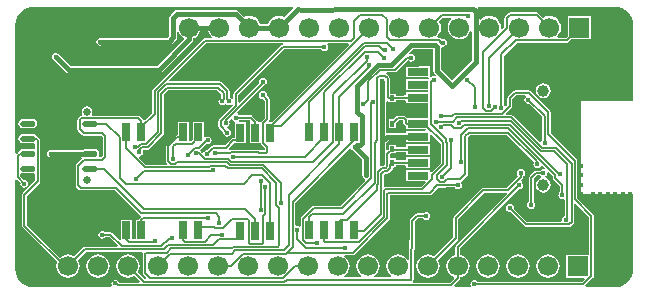
<source format=gbl>
G04*
G04 #@! TF.GenerationSoftware,Altium Limited,Altium Designer,20.0.13 (296)*
G04*
G04 Layer_Physical_Order=2*
G04 Layer_Color=16711680*
%FSLAX25Y25*%
%MOIN*%
G70*
G01*
G75*
%ADD10C,0.01000*%
%ADD13C,0.00600*%
%ADD18R,0.01575X0.01968*%
%ADD60C,0.01500*%
%ADD61C,0.11811*%
%ADD62R,0.06693X0.06693*%
%ADD63C,0.06693*%
%ADD64C,0.03937*%
%ADD65O,0.08268X0.03937*%
%ADD66O,0.06299X0.03937*%
%ADD67C,0.02559*%
%ADD68C,0.01600*%
%ADD69R,0.02559X0.05906*%
%ADD70R,0.07087X0.02756*%
%ADD71R,0.05512X0.04724*%
%ADD72R,0.08661X0.08000*%
%ADD73R,0.05512X0.06299*%
%ADD74O,0.05118X0.01968*%
G36*
X86216Y86518D02*
X83170Y83472D01*
X82504Y83747D01*
X81500Y83880D01*
X80496Y83747D01*
X79560Y83360D01*
X78757Y82743D01*
X78140Y81940D01*
X77865Y81274D01*
X75135D01*
X74860Y81940D01*
X74243Y82743D01*
X73440Y83360D01*
X72504Y83747D01*
X71500Y83880D01*
X70496Y83747D01*
X69831Y83472D01*
X67789Y85513D01*
X67376Y85789D01*
X66888Y85886D01*
X47413D01*
X46925Y85789D01*
X46512Y85513D01*
X45211Y84213D01*
X44935Y83800D01*
X44838Y83312D01*
Y77240D01*
X44185Y76586D01*
X22068D01*
X21812Y76637D01*
X21305Y76537D01*
X20875Y76249D01*
X20587Y75819D01*
X20486Y75312D01*
X20587Y74805D01*
X20875Y74375D01*
X21305Y74087D01*
X21812Y73987D01*
X22068Y74037D01*
X44713D01*
X45200Y74134D01*
X45614Y74411D01*
X47014Y75811D01*
X47290Y76224D01*
X47387Y76712D01*
Y78572D01*
X47887Y78671D01*
X48140Y78060D01*
X48757Y77257D01*
X49506Y76682D01*
X49606Y76485D01*
X49674Y76143D01*
X40806Y67274D01*
X11753D01*
X7995Y71032D01*
X7850Y71249D01*
X7420Y71536D01*
X6913Y71637D01*
X6406Y71536D01*
X5975Y71249D01*
X5688Y70819D01*
X5587Y70312D01*
X5688Y69805D01*
X5975Y69375D01*
X6193Y69230D01*
X10323Y65099D01*
X10737Y64822D01*
X11225Y64725D01*
X41334D01*
X41822Y64822D01*
X42235Y65099D01*
X52401Y75265D01*
X52678Y75678D01*
X52775Y76166D01*
Y76364D01*
X53440Y76640D01*
X54243Y77257D01*
X54860Y78060D01*
X55136Y78725D01*
X57865D01*
X58140Y78060D01*
X58757Y77257D01*
X59185Y76928D01*
X59016Y76428D01*
X56554D01*
X56554Y76428D01*
X56242Y76366D01*
X55977Y76189D01*
X55977Y76189D01*
X39323Y59535D01*
X39323Y59535D01*
X39147Y59270D01*
X39084Y58958D01*
X39084Y58958D01*
Y51459D01*
X36744Y49119D01*
X36617Y49095D01*
X36470Y49107D01*
X36129Y49211D01*
X36077Y49289D01*
X36077Y49289D01*
X34991Y50375D01*
X34726Y50551D01*
X34414Y50613D01*
X34414Y50613D01*
X19184D01*
X18948Y51054D01*
X19035Y51184D01*
X19173Y51878D01*
X19035Y52572D01*
X18641Y53161D01*
X18053Y53554D01*
X17358Y53692D01*
X16664Y53554D01*
X16075Y53161D01*
X15682Y52572D01*
X15544Y51878D01*
X15682Y51184D01*
X15768Y51054D01*
X15682Y50892D01*
X15468Y50604D01*
X15201Y50551D01*
X14936Y50375D01*
X14936Y50375D01*
X14436Y49874D01*
X14259Y49610D01*
X14197Y49298D01*
X14197Y49298D01*
Y46212D01*
X14197Y46212D01*
X14259Y45900D01*
X14436Y45635D01*
X15836Y44235D01*
X16101Y44058D01*
X16413Y43996D01*
X16413Y43996D01*
X22075D01*
X22597Y43474D01*
Y37250D01*
X22075Y36728D01*
X21544D01*
X21277Y37228D01*
X21406Y37421D01*
X21521Y38000D01*
X21406Y38579D01*
X21078Y39070D01*
X20587Y39398D01*
X20008Y39513D01*
X16858D01*
X16279Y39398D01*
X16094Y39274D01*
X5493D01*
X5237Y39325D01*
X4729Y39224D01*
X4299Y38937D01*
X4012Y38507D01*
X3911Y38000D01*
X4012Y37493D01*
X4299Y37063D01*
X4729Y36775D01*
X5237Y36674D01*
X5493Y36725D01*
X15366D01*
X15573Y36225D01*
X13836Y34489D01*
X13659Y34224D01*
X13597Y33912D01*
X13597Y33912D01*
Y27512D01*
X13597Y27512D01*
X13659Y27200D01*
X13836Y26935D01*
X14836Y25935D01*
X14836Y25935D01*
X15100Y25758D01*
X15413Y25696D01*
X26675D01*
X34836Y17535D01*
X34836Y17535D01*
X35100Y17358D01*
X35255Y17328D01*
X35426Y16941D01*
X35431Y16796D01*
X34923Y16289D01*
X34747Y16024D01*
X34707Y15824D01*
X33721D01*
Y9434D01*
X32280D01*
Y15824D01*
X28721D01*
Y9340D01*
X28221Y9133D01*
X25777Y11576D01*
X25512Y11753D01*
X25200Y11815D01*
X25200Y11815D01*
X23519D01*
X23437Y11937D01*
X23007Y12224D01*
X22500Y12325D01*
X21993Y12224D01*
X21563Y11937D01*
X21275Y11507D01*
X21175Y11000D01*
X21275Y10492D01*
X21563Y10062D01*
X21993Y9775D01*
X22500Y9674D01*
X23007Y9775D01*
X23437Y10062D01*
X23519Y10184D01*
X24862D01*
X27665Y7381D01*
X27474Y6919D01*
X16603D01*
X16291Y6857D01*
X16027Y6680D01*
X16027Y6680D01*
X13091Y3744D01*
X12940Y3860D01*
X12004Y4247D01*
X11000Y4380D01*
X9996Y4247D01*
X9060Y3860D01*
X8344Y3310D01*
X-2684Y14338D01*
Y23861D01*
X1589Y28135D01*
X1766Y28400D01*
X1828Y28712D01*
X1828Y28712D01*
Y42400D01*
X1828Y42400D01*
X1766Y42712D01*
X1589Y42977D01*
X1589Y42977D01*
X989Y43577D01*
X725Y43753D01*
X413Y43816D01*
X413Y43816D01*
X382D01*
X212Y44070D01*
X-279Y44398D01*
X-858Y44513D01*
X-4008D01*
X-4587Y44398D01*
X-5078Y44070D01*
X-5406Y43579D01*
X-5521Y43000D01*
X-5406Y42421D01*
X-5078Y41930D01*
X-4587Y41602D01*
X-4008Y41487D01*
X-858D01*
X-303Y41597D01*
X-215Y41603D01*
X197Y41345D01*
Y39655D01*
X-215Y39397D01*
X-303Y39403D01*
X-858Y39513D01*
X-4008D01*
X-4587Y39398D01*
X-5078Y39070D01*
X-5406Y38579D01*
X-5427Y38473D01*
X-5502Y38422D01*
X-5663Y38315D01*
X-5663Y38315D01*
X-5663Y38315D01*
X-5980Y37998D01*
X-6480Y38205D01*
Y81000D01*
X-6480Y81000D01*
X-6479D01*
X-6364Y82166D01*
X-6024Y83288D01*
X-5471Y84322D01*
X-4728Y85228D01*
X-3822Y85971D01*
X-2788Y86524D01*
X-1666Y86864D01*
X-500Y86979D01*
Y86980D01*
X-500Y86980D01*
X86025D01*
X86216Y86518D01*
D02*
G37*
G36*
X193500Y86979D02*
X194666Y86864D01*
X195788Y86524D01*
X196822Y85971D01*
X197728Y85228D01*
X198471Y84322D01*
X199024Y83288D01*
X199364Y82166D01*
X199479Y81000D01*
X199480D01*
X199480Y80999D01*
Y55500D01*
X182000D01*
Y24500D01*
X199480D01*
Y-500D01*
X199480Y-500D01*
X199479D01*
X199364Y-1666D01*
X199024Y-2788D01*
X198471Y-3822D01*
X197728Y-4728D01*
X196822Y-5471D01*
X195788Y-6024D01*
X194666Y-6364D01*
X193500Y-6479D01*
Y-6480D01*
X193500Y-6481D01*
X183687D01*
X183601Y-6358D01*
X183498Y-5980D01*
X186077Y-3401D01*
X186077Y-3401D01*
X186254Y-3137D01*
X186316Y-2825D01*
Y17193D01*
X186316Y17193D01*
X186254Y17505D01*
X186077Y17770D01*
X186077Y17770D01*
X180816Y23031D01*
Y35500D01*
X180816Y35500D01*
X180754Y35812D01*
X180577Y36077D01*
X171916Y44738D01*
Y51980D01*
X171854Y52293D01*
X171677Y52557D01*
X171677Y52557D01*
X165407Y58827D01*
X165407Y58827D01*
X165142Y59004D01*
X164830Y59066D01*
X164830Y59066D01*
X160000D01*
X160000Y59066D01*
X159688Y59004D01*
X159423Y58827D01*
X159423Y58827D01*
X157761Y57165D01*
X157584Y56900D01*
X157522Y56588D01*
X157522Y56588D01*
Y54272D01*
X157135Y53885D01*
X156551Y54008D01*
X156390Y54249D01*
X156268Y54330D01*
Y70677D01*
X160588Y74996D01*
X177312D01*
X177312Y74996D01*
X177624Y75058D01*
X177889Y75235D01*
X178807Y76153D01*
X185346D01*
Y83846D01*
X177654D01*
Y77307D01*
X176974Y76628D01*
X174245D01*
X174075Y77128D01*
X174243Y77257D01*
X174860Y78060D01*
X175248Y78996D01*
X175380Y80000D01*
X175248Y81004D01*
X174860Y81940D01*
X174243Y82743D01*
X173440Y83360D01*
X172504Y83747D01*
X171500Y83880D01*
X170496Y83747D01*
X169560Y83360D01*
X169410Y83244D01*
X167865Y84789D01*
X167600Y84965D01*
X167288Y85028D01*
X167288Y85028D01*
X158413D01*
X158100Y84965D01*
X157836Y84789D01*
X157836Y84789D01*
X156736Y83689D01*
X156559Y83424D01*
X156497Y83112D01*
X156497Y83112D01*
Y80150D01*
X155814Y79467D01*
X155340Y79700D01*
X155380Y80000D01*
X155247Y81004D01*
X154860Y81940D01*
X154243Y82743D01*
X153440Y83360D01*
X152504Y83747D01*
X151500Y83880D01*
X150496Y83747D01*
X149560Y83360D01*
X148757Y82743D01*
X148652Y82606D01*
X148178Y82767D01*
Y85371D01*
X148081Y85859D01*
X147805Y86272D01*
X147559Y86518D01*
X147750Y86980D01*
X193500D01*
Y86979D01*
D02*
G37*
G36*
X138905Y82857D02*
X138757Y82743D01*
X138140Y81940D01*
X137753Y81004D01*
X137620Y80000D01*
X137753Y78996D01*
X138140Y78060D01*
X138757Y77257D01*
X139560Y76640D01*
X140496Y76253D01*
X141500Y76120D01*
X142504Y76253D01*
X143440Y76640D01*
X144243Y77257D01*
X144860Y78060D01*
X145129Y78710D01*
X145629Y78611D01*
Y78096D01*
X145649Y77995D01*
Y69051D01*
X139013Y62414D01*
X135411Y66016D01*
Y73245D01*
X135678Y73550D01*
X135866Y73664D01*
X135983Y73641D01*
X136490Y73742D01*
X136920Y74029D01*
X137207Y74459D01*
X137308Y74966D01*
X137207Y75473D01*
X136920Y75903D01*
X136490Y76191D01*
X135983Y76292D01*
X135475Y76191D01*
X135458Y76179D01*
X135248Y76389D01*
X134983Y76565D01*
X134671Y76628D01*
X134671Y76628D01*
X134245D01*
X134075Y77128D01*
X134243Y77257D01*
X134860Y78060D01*
X135248Y78996D01*
X135380Y80000D01*
X135248Y81004D01*
X134860Y81940D01*
X134744Y82091D01*
X135984Y83331D01*
X138744D01*
X138905Y82857D01*
D02*
G37*
G36*
X104681Y74334D02*
X78903Y48556D01*
X78834Y48453D01*
X78219D01*
X78028Y48915D01*
X78077Y48964D01*
X78077Y48964D01*
X78077Y48964D01*
X78165Y49095D01*
X78254Y49228D01*
X78254Y49228D01*
X78254Y49228D01*
X78279Y49354D01*
X78316Y49540D01*
X78316Y49540D01*
Y56000D01*
X78316Y56000D01*
X78254Y56312D01*
X78077Y56577D01*
X77297Y57357D01*
X77326Y57500D01*
X77225Y58007D01*
X76937Y58437D01*
X76507Y58724D01*
X76000Y58825D01*
X75493Y58724D01*
X75063Y58437D01*
X74775Y58007D01*
X74675Y57500D01*
X74775Y56993D01*
X75063Y56563D01*
X75493Y56275D01*
X76000Y56174D01*
X76143Y56203D01*
X76684Y55662D01*
Y49878D01*
X75423Y48618D01*
X75423Y48618D01*
X75279Y48453D01*
X74310D01*
X74254Y48737D01*
X74077Y49001D01*
X74077Y49001D01*
X72501Y50577D01*
X72237Y50753D01*
X71925Y50816D01*
X71925Y50816D01*
X68019D01*
X67937Y50937D01*
X67598Y51164D01*
X67436Y51710D01*
X76501Y60774D01*
X76507Y60775D01*
X76937Y61063D01*
X77225Y61493D01*
X77326Y62000D01*
X77225Y62507D01*
X76937Y62937D01*
X76507Y63225D01*
X76000Y63325D01*
X75493Y63225D01*
X75063Y62937D01*
X74775Y62507D01*
X74675Y62000D01*
X74775Y61493D01*
X74830Y61411D01*
X68278Y54858D01*
X67816Y55049D01*
Y57425D01*
X83087Y72696D01*
X95394D01*
X95475Y72575D01*
X95905Y72287D01*
X96413Y72186D01*
X96920Y72287D01*
X97350Y72575D01*
X97637Y73005D01*
X97738Y73512D01*
X97637Y74019D01*
X97452Y74296D01*
X97652Y74774D01*
X97674Y74796D01*
X104490D01*
X104681Y74334D01*
D02*
G37*
G36*
X132862Y65488D02*
X132959Y65001D01*
X133235Y64587D01*
X133612Y64210D01*
X133362Y63753D01*
X133000Y63825D01*
X132493Y63724D01*
X132380Y63649D01*
X131904Y63653D01*
X131748Y63716D01*
X131705Y63754D01*
X131705Y63808D01*
X131705D01*
X131705Y63816D01*
Y67177D01*
X123618D01*
Y63421D01*
X131005D01*
X131294Y63075D01*
X131319Y62921D01*
X131245Y62846D01*
X123618D01*
Y59091D01*
X131189D01*
Y58516D01*
X123618D01*
Y57897D01*
X123450Y57453D01*
X123138Y57391D01*
X123025Y57316D01*
X120461D01*
Y57984D01*
X118428D01*
Y63019D01*
X118428Y63019D01*
X118366Y63331D01*
X118190Y63595D01*
X118189Y63595D01*
X117424Y64361D01*
X117160Y64538D01*
X117227Y65034D01*
X120038D01*
X120038Y65034D01*
X120350Y65096D01*
X120615Y65273D01*
X120615Y65273D01*
X124419Y69077D01*
X124563Y69063D01*
X124993Y68775D01*
X125500Y68674D01*
X126007Y68775D01*
X126437Y69063D01*
X126725Y69493D01*
X126826Y70000D01*
X126725Y70507D01*
X126437Y70937D01*
X126007Y71224D01*
X125500Y71325D01*
X125108Y71247D01*
X124813Y71660D01*
X125991Y72837D01*
X132862D01*
Y65488D01*
D02*
G37*
G36*
X82592Y74296D02*
X82437Y74265D01*
X82173Y74089D01*
X82173Y74089D01*
X66423Y58339D01*
X66423Y58339D01*
X66246Y58075D01*
X66184Y57762D01*
X66184Y57762D01*
Y56224D01*
X65684Y56073D01*
X65537Y56293D01*
X65107Y56580D01*
X64966Y56608D01*
Y58696D01*
X64966Y58696D01*
X64904Y59008D01*
X64837Y59107D01*
X64727Y59272D01*
X64727Y59272D01*
X62222Y61777D01*
X62222Y61777D01*
X61958Y61954D01*
X61646Y62016D01*
X61645Y62016D01*
X44764D01*
X44573Y62477D01*
X56892Y74796D01*
X82543D01*
X82592Y74296D01*
D02*
G37*
G36*
X123313Y55684D02*
X123618Y55434D01*
Y54760D01*
X131189D01*
Y49854D01*
X124062D01*
X123494Y50423D01*
X123229Y50599D01*
X122917Y50661D01*
X122917Y50661D01*
X121019D01*
X120707Y50599D01*
X120442Y50423D01*
X120442Y50423D01*
X119504Y49484D01*
X117886D01*
Y46516D01*
X120461D01*
Y48134D01*
X121357Y49030D01*
X122579D01*
X122735Y48874D01*
Y48338D01*
X122735Y48338D01*
X122797Y48026D01*
X122974Y47761D01*
X123336Y47400D01*
X123336Y47400D01*
X123600Y47223D01*
X123618Y47219D01*
Y46098D01*
X130170D01*
X130220Y46024D01*
X129952Y45524D01*
X123618D01*
Y44920D01*
X117413D01*
X117101Y45176D01*
Y46516D01*
X117114D01*
Y49484D01*
X117101D01*
Y55016D01*
X117114D01*
Y55141D01*
X117596Y55426D01*
X117886Y55273D01*
Y55016D01*
X120461D01*
Y55685D01*
X123313D01*
X123313Y55684D01*
D02*
G37*
G36*
X62134Y57861D02*
Y56608D01*
X61993Y56580D01*
X61563Y56293D01*
X61276Y55863D01*
X61175Y55356D01*
X61276Y54848D01*
X61563Y54418D01*
X61993Y54131D01*
X62500Y54030D01*
X63007Y54131D01*
X63437Y54418D01*
X63663D01*
X64093Y54131D01*
X64600Y54030D01*
X65107Y54131D01*
X65336Y54284D01*
X65871Y54126D01*
X65897Y54103D01*
X65911Y54047D01*
X61422Y49558D01*
X61245Y49293D01*
X61183Y48981D01*
X61183Y48981D01*
Y47051D01*
X61183Y47051D01*
X61245Y46739D01*
X61422Y46474D01*
X61422Y46474D01*
X62753Y45143D01*
X62724Y45000D01*
X62825Y44493D01*
X63113Y44063D01*
X63543Y43775D01*
X64050Y43674D01*
X64557Y43775D01*
X64987Y44063D01*
X65275Y44493D01*
X65375Y45000D01*
X65275Y45507D01*
X64987Y45937D01*
X64557Y46224D01*
X64327Y46270D01*
X64268Y46391D01*
X64106Y46838D01*
X64536Y47126D01*
X64823Y47556D01*
X64924Y48063D01*
X64823Y48570D01*
X64612Y48886D01*
X65290Y49564D01*
X65836Y49402D01*
X66063Y49063D01*
X66416Y48827D01*
X66720Y48453D01*
X66720Y48261D01*
Y43340D01*
X66197D01*
X66197Y43340D01*
X65884Y43278D01*
X65620Y43101D01*
X63234Y40716D01*
X59400D01*
X59400Y40716D01*
X59088Y40653D01*
X58823Y40477D01*
X58823Y40477D01*
X57644Y39297D01*
X57500Y39325D01*
X56993Y39224D01*
X56563Y38937D01*
X56275Y38507D01*
X56255Y38405D01*
X55713Y38241D01*
X55346Y38608D01*
X55260Y38665D01*
X55196Y39156D01*
X55197Y39179D01*
X55218Y39249D01*
X57128Y41159D01*
X57612Y41063D01*
X58119Y41164D01*
X58549Y41451D01*
X58836Y41881D01*
X58937Y42388D01*
X58836Y42896D01*
X58549Y43326D01*
X58119Y43613D01*
X57612Y43714D01*
X57104Y43613D01*
X56780Y43396D01*
X56408Y43522D01*
X56280Y43617D01*
Y48501D01*
X52721D01*
Y42749D01*
X52083Y42111D01*
X51280D01*
Y48501D01*
X47721D01*
Y44228D01*
X47413D01*
X47100Y44166D01*
X46836Y43989D01*
X46836Y43989D01*
X43943Y41096D01*
X43766Y40831D01*
X43704Y40519D01*
X43704Y40519D01*
Y35447D01*
X43704Y35446D01*
X43704Y35446D01*
X43766Y35134D01*
X43766Y35134D01*
X43766Y35134D01*
X43879Y34965D01*
X43943Y34870D01*
X43943Y34870D01*
X43943Y34870D01*
X44126Y34686D01*
X43934Y34225D01*
X37111D01*
X34781Y36554D01*
X34946Y37097D01*
X35169Y37141D01*
X35599Y37428D01*
X35886Y37858D01*
X35987Y38366D01*
X35886Y38873D01*
X35885Y38875D01*
X36198Y39280D01*
X37608D01*
X37608Y39280D01*
X37920Y39342D01*
X38185Y39518D01*
X42777Y44111D01*
X42777Y44111D01*
X42954Y44375D01*
X43016Y44687D01*
X43016Y44687D01*
Y57668D01*
X44532Y59184D01*
X60811D01*
X62134Y57861D01*
D02*
G37*
G36*
X163563Y56937D02*
X163275Y56507D01*
X163174Y56000D01*
X163275Y55493D01*
X163563Y55063D01*
X163993Y54775D01*
X164500Y54675D01*
X164643Y54703D01*
X169184Y50162D01*
Y42518D01*
X169063Y42437D01*
X168791Y42031D01*
X168767Y42005D01*
X168239Y41875D01*
X159438Y50677D01*
X159173Y50854D01*
X158861Y50916D01*
X158861Y50916D01*
X157126D01*
X156935Y51377D01*
X158915Y53357D01*
X158915Y53358D01*
X159091Y53622D01*
X159154Y53934D01*
X159154Y53934D01*
Y56250D01*
X160338Y57434D01*
X163407D01*
X163563Y56937D01*
D02*
G37*
G36*
X135084Y41565D02*
Y41480D01*
X135084Y41480D01*
X135084Y41480D01*
Y41479D01*
X135114Y41332D01*
X135146Y41168D01*
X135146Y41167D01*
X135146Y41167D01*
X135241Y41026D01*
X135317Y40911D01*
Y34839D01*
X132205Y31726D01*
X131705Y31933D01*
Y32531D01*
X123618D01*
Y28776D01*
X130030D01*
X130221Y28314D01*
X128823Y26916D01*
X116851D01*
X116851Y26916D01*
X116816Y26908D01*
X116316Y27260D01*
Y30989D01*
X116627Y31300D01*
X117401D01*
X117401Y31300D01*
X117713Y31362D01*
X117978Y31539D01*
X119091Y32652D01*
X119268Y32917D01*
X119330Y33229D01*
X119694Y33516D01*
X120461D01*
Y34184D01*
X123248D01*
X123329Y34168D01*
X123618Y33806D01*
Y33106D01*
X131705D01*
Y36862D01*
X123618D01*
Y36205D01*
X123313Y35816D01*
X123313Y35816D01*
X120461D01*
Y36484D01*
X118230D01*
Y37403D01*
X118843Y38016D01*
X120461D01*
Y38499D01*
X123618D01*
Y37437D01*
X131705D01*
Y41193D01*
X123618D01*
Y40131D01*
X120461D01*
Y40984D01*
X117886D01*
Y39400D01*
X117571Y39144D01*
X117114Y39342D01*
Y40984D01*
X117101D01*
Y41532D01*
X117941Y42371D01*
X123618D01*
Y41768D01*
X131705D01*
Y44292D01*
X132167Y44483D01*
X135084Y41565D01*
D02*
G37*
G36*
X71864Y48799D02*
X71720Y48453D01*
X71720D01*
Y41547D01*
X75202D01*
X75246Y41323D01*
X75423Y41058D01*
X76684Y39797D01*
Y39083D01*
X74821D01*
X74715Y39154D01*
X74403Y39216D01*
X74403Y39216D01*
X71369D01*
X71312Y39254D01*
X71000Y39316D01*
X71000Y39316D01*
X65437D01*
X65437Y39316D01*
X65125Y39254D01*
X64956Y39140D01*
X64704Y39171D01*
X64562Y39449D01*
X64555Y39729D01*
X66265Y41439D01*
X66720Y41547D01*
Y41547D01*
X70280D01*
Y48453D01*
X68224D01*
X67989Y48953D01*
X68180Y49184D01*
X71551D01*
X71864Y48799D01*
D02*
G37*
G36*
X166397Y35188D02*
X166276Y35007D01*
X166175Y34500D01*
X166276Y33993D01*
X166563Y33563D01*
X166993Y33275D01*
X167500Y33174D01*
X168007Y33275D01*
X168437Y33563D01*
X168611Y33822D01*
X169188Y33953D01*
X169881Y33259D01*
X169635Y32799D01*
X169500Y32825D01*
X168993Y32724D01*
X168563Y32437D01*
X168482Y32316D01*
X167093D01*
X167093Y32316D01*
X166780Y32254D01*
X166516Y32077D01*
X166516Y32077D01*
X164923Y30484D01*
X164746Y30220D01*
X164684Y29907D01*
X164684Y29907D01*
Y21933D01*
X164487Y21801D01*
X164199Y21371D01*
X164099Y20863D01*
X164199Y20356D01*
X164487Y19926D01*
X164917Y19639D01*
X165424Y19538D01*
X165931Y19639D01*
X166361Y19926D01*
X166649Y20356D01*
X166750Y20863D01*
X166649Y21371D01*
X166361Y21801D01*
X166316Y21831D01*
Y29570D01*
X167430Y30684D01*
X168453D01*
X168552Y30579D01*
X168563Y30563D01*
X168575Y30555D01*
X168798Y30317D01*
X168688Y29859D01*
X168537Y29829D01*
X167720Y29284D01*
X167175Y28467D01*
X166983Y27504D01*
X167175Y26541D01*
X167720Y25724D01*
X168537Y25179D01*
X169500Y24987D01*
X170463Y25179D01*
X171280Y25724D01*
X171825Y26541D01*
X172017Y27504D01*
X171825Y28467D01*
X171280Y29284D01*
X170463Y29829D01*
X170291Y29864D01*
X170185Y30394D01*
X170437Y30563D01*
X170725Y30993D01*
X170826Y31500D01*
X170799Y31635D01*
X171260Y31881D01*
X172551Y30589D01*
Y29870D01*
X172551Y29870D01*
X172614Y29558D01*
X172790Y29294D01*
X174984Y27099D01*
Y25098D01*
X174863Y25017D01*
X174575Y24587D01*
X174475Y24080D01*
X174575Y23573D01*
X174863Y23143D01*
X175293Y22855D01*
X175800Y22754D01*
X176184Y22831D01*
X176684Y22551D01*
Y17282D01*
X176393Y17224D01*
X175963Y16937D01*
X175675Y16507D01*
X175575Y16000D01*
X175631Y15716D01*
X175305Y15216D01*
X164133D01*
X159687Y19662D01*
X159715Y19805D01*
X159614Y20312D01*
X159327Y20742D01*
X158897Y21030D01*
X158390Y21131D01*
X157882Y21030D01*
X157452Y20742D01*
X157165Y20312D01*
X157064Y19805D01*
X157165Y19298D01*
X157452Y18868D01*
X157882Y18580D01*
X158390Y18480D01*
X158533Y18508D01*
X163218Y13823D01*
X163218Y13823D01*
X163483Y13646D01*
X163795Y13584D01*
X163795Y13584D01*
X178148D01*
X178148Y13584D01*
X178461Y13646D01*
X178725Y13823D01*
X179477Y14575D01*
X179477Y14575D01*
X179654Y14839D01*
X179716Y15152D01*
Y21170D01*
X180178Y21362D01*
X184684Y16855D01*
Y4346D01*
X177154D01*
Y-3347D01*
X183171D01*
X183363Y-3808D01*
X182487Y-4684D01*
X147519D01*
X147437Y-4563D01*
X147007Y-4276D01*
X146500Y-4175D01*
X145993Y-4276D01*
X145563Y-4563D01*
X145275Y-4993D01*
X145175Y-5500D01*
X145270Y-5980D01*
X145271Y-6014D01*
X144990Y-6481D01*
X139880D01*
X139673Y-5980D01*
X141577Y-4077D01*
X141577Y-4077D01*
X141754Y-3812D01*
X141816Y-3500D01*
Y-3272D01*
X142004Y-3247D01*
X142940Y-2860D01*
X143743Y-2243D01*
X144360Y-1440D01*
X144747Y-504D01*
X144880Y500D01*
X144747Y1504D01*
X144360Y2440D01*
X143743Y3243D01*
X142940Y3860D01*
X142004Y4247D01*
X141816Y4272D01*
Y6541D01*
X161367Y26093D01*
X161511Y26064D01*
X162018Y26165D01*
X162448Y26452D01*
X162735Y26882D01*
X162836Y27389D01*
X162735Y27897D01*
X162448Y28327D01*
X162207Y28488D01*
X162084Y29072D01*
X162577Y29565D01*
X162754Y29830D01*
X162816Y30142D01*
X162816Y30142D01*
Y30481D01*
X162937Y30563D01*
X163225Y30993D01*
X163326Y31500D01*
X163225Y32007D01*
X162937Y32437D01*
X162507Y32724D01*
X162000Y32825D01*
X161493Y32724D01*
X161063Y32437D01*
X160775Y32007D01*
X160675Y31500D01*
X160775Y30993D01*
X161063Y30563D01*
X160825Y30120D01*
X157306Y26601D01*
X149523D01*
X149523Y26601D01*
X149211Y26539D01*
X148946Y26362D01*
X139736Y17152D01*
X139736Y17152D01*
X139559Y16888D01*
X139497Y16576D01*
X139497Y16576D01*
Y10150D01*
X133091Y3744D01*
X132940Y3860D01*
X132004Y4247D01*
X131000Y4380D01*
X129996Y4247D01*
X129060Y3860D01*
X128257Y3243D01*
X127640Y2440D01*
X127253Y1504D01*
X127120Y500D01*
X127253Y-504D01*
X127640Y-1440D01*
X128257Y-2243D01*
X129060Y-2860D01*
X129996Y-3247D01*
X131000Y-3380D01*
X132004Y-3247D01*
X132940Y-2860D01*
X133743Y-2243D01*
X134360Y-1440D01*
X134748Y-504D01*
X134880Y500D01*
X134748Y1504D01*
X134360Y2440D01*
X134244Y2591D01*
X140889Y9236D01*
X140890Y9236D01*
X141066Y9500D01*
X141128Y9813D01*
X141128Y9813D01*
Y16238D01*
X149861Y24970D01*
X157230D01*
X157437Y24470D01*
X140423Y7456D01*
X140246Y7191D01*
X140184Y6879D01*
X140184Y6879D01*
Y4272D01*
X139996Y4247D01*
X139060Y3860D01*
X138257Y3243D01*
X137640Y2440D01*
X137253Y1504D01*
X137120Y500D01*
X137253Y-504D01*
X137640Y-1440D01*
X138257Y-2243D01*
X139060Y-2860D01*
X139569Y-3071D01*
X139686Y-3660D01*
X138316Y-5031D01*
X126226D01*
X126093Y-4778D01*
X126033Y-4531D01*
X126087Y-4450D01*
X126174Y-4325D01*
X126176Y-4318D01*
X126180Y-4312D01*
X126209Y-4163D01*
X126241Y-4014D01*
X126251Y-3424D01*
X126251Y-3424D01*
X126251Y-3424D01*
X126564Y15109D01*
X127850Y16396D01*
X129494D01*
X129575Y16275D01*
X130005Y15987D01*
X130513Y15886D01*
X131020Y15987D01*
X131450Y16275D01*
X131737Y16705D01*
X131838Y17212D01*
X131737Y17719D01*
X131450Y18149D01*
X131020Y18437D01*
X130513Y18537D01*
X130005Y18437D01*
X129575Y18149D01*
X129494Y18028D01*
X127513D01*
X127200Y17966D01*
X126936Y17789D01*
X126936Y17789D01*
X125177Y16029D01*
X125092Y15902D01*
X125005Y15777D01*
X125004Y15771D01*
X125000Y15765D01*
X124970Y15615D01*
X124938Y15466D01*
X124724Y2786D01*
X124222Y2620D01*
X123743Y3243D01*
X122940Y3860D01*
X122004Y4247D01*
X121000Y4380D01*
X119996Y4247D01*
X119060Y3860D01*
X118257Y3243D01*
X117640Y2440D01*
X117253Y1504D01*
X117121Y500D01*
X117253Y-504D01*
X117640Y-1440D01*
X118257Y-2243D01*
X118832Y-2684D01*
X118662Y-3184D01*
X113338D01*
X113169Y-2684D01*
X113743Y-2243D01*
X114360Y-1440D01*
X114748Y-504D01*
X114880Y500D01*
X114748Y1504D01*
X114360Y2440D01*
X113743Y3243D01*
X112940Y3860D01*
X112004Y4247D01*
X111000Y4380D01*
X109996Y4247D01*
X109060Y3860D01*
X108257Y3243D01*
X107640Y2440D01*
X107253Y1504D01*
X107121Y500D01*
X107253Y-504D01*
X107640Y-1440D01*
X108257Y-2243D01*
X108832Y-2684D01*
X108662Y-3184D01*
X103338D01*
X103169Y-2684D01*
X103743Y-2243D01*
X104360Y-1440D01*
X104747Y-504D01*
X104880Y500D01*
X104747Y1504D01*
X104360Y2440D01*
X103743Y3243D01*
X103169Y3684D01*
X103338Y4184D01*
X106048D01*
X106048Y4184D01*
X106360Y4246D01*
X106625Y4423D01*
X118077Y15875D01*
X118254Y16140D01*
X118316Y16452D01*
X118316Y16452D01*
Y24184D01*
X131700D01*
X131700Y24184D01*
X132012Y24246D01*
X132277Y24423D01*
X134468Y26614D01*
X136698D01*
X136698Y26614D01*
X137011Y26676D01*
X137023Y26684D01*
X139982D01*
X140063Y26563D01*
X140493Y26275D01*
X141000Y26175D01*
X141507Y26275D01*
X141937Y26563D01*
X142225Y26993D01*
X142326Y27500D01*
X142225Y28007D01*
X142080Y28224D01*
X142102Y28403D01*
X142220Y28785D01*
X142242Y28812D01*
X142409Y28923D01*
X144077Y30591D01*
X144077Y30592D01*
X144254Y30856D01*
X144316Y31168D01*
Y43606D01*
X144894Y44184D01*
X157400D01*
X166397Y35188D01*
D02*
G37*
G36*
X197Y31345D02*
Y29050D01*
X-4077Y24776D01*
X-4253Y24511D01*
X-4316Y24199D01*
X-4316Y24199D01*
Y14000D01*
X-4316Y14000D01*
X-4253Y13688D01*
X-4077Y13423D01*
X7425Y1921D01*
X7253Y1504D01*
X7120Y500D01*
X7253Y-504D01*
X7640Y-1440D01*
X8257Y-2243D01*
X9060Y-2860D01*
X9996Y-3247D01*
X11000Y-3380D01*
X12004Y-3247D01*
X12940Y-2860D01*
X13743Y-2243D01*
X14360Y-1440D01*
X14748Y-504D01*
X14880Y500D01*
X14748Y1504D01*
X14360Y2440D01*
X14244Y2591D01*
X16941Y5288D01*
X35674D01*
X35768Y5209D01*
X36024Y4788D01*
X35997Y4652D01*
X35997Y4652D01*
Y-1938D01*
X35997Y-1938D01*
X36059Y-2250D01*
X36236Y-2515D01*
X37078Y-3357D01*
X36889Y-3844D01*
X36537Y-3883D01*
X34244Y-1591D01*
X34360Y-1440D01*
X34747Y-504D01*
X34880Y500D01*
X34747Y1504D01*
X34360Y2440D01*
X33743Y3243D01*
X32940Y3860D01*
X32004Y4247D01*
X31000Y4380D01*
X29996Y4247D01*
X29060Y3860D01*
X28257Y3243D01*
X27640Y2440D01*
X27253Y1504D01*
X27120Y500D01*
X27253Y-504D01*
X27640Y-1440D01*
X28257Y-2243D01*
X29060Y-2860D01*
X29996Y-3247D01*
X31000Y-3380D01*
X32004Y-3247D01*
X32940Y-2860D01*
X33091Y-2744D01*
X34915Y-4569D01*
X34724Y-5031D01*
X28087D01*
X28037Y-4781D01*
X27750Y-4351D01*
X27320Y-4064D01*
X26813Y-3963D01*
X26305Y-4064D01*
X25875Y-4351D01*
X25588Y-4781D01*
X25487Y-5288D01*
X25588Y-5795D01*
X25712Y-5980D01*
X25445Y-6481D01*
X-500D01*
X-500Y-6480D01*
Y-6479D01*
X-1666Y-6364D01*
X-2788Y-6024D01*
X-3822Y-5471D01*
X-4728Y-4728D01*
X-5471Y-3822D01*
X-6024Y-2788D01*
X-6364Y-1666D01*
X-6479Y-500D01*
X-6480D01*
Y29120D01*
X-5980Y29327D01*
X-4797Y28143D01*
X-4825Y28000D01*
X-4724Y27493D01*
X-4437Y27063D01*
X-4007Y26775D01*
X-3500Y26675D01*
X-2993Y26775D01*
X-2563Y27063D01*
X-2275Y27493D01*
X-2174Y28000D01*
X-2275Y28507D01*
X-2563Y28937D01*
X-2993Y29225D01*
X-3500Y29325D01*
X-3643Y29297D01*
X-4976Y30630D01*
Y31306D01*
X-4476Y31580D01*
X-4008Y31487D01*
X-858D01*
X-303Y31597D01*
X-215Y31602D01*
X197Y31345D01*
D02*
G37*
G36*
X105412Y39619D02*
X105521Y39555D01*
X105775Y39175D01*
X105993Y39029D01*
X109188Y35834D01*
Y30968D01*
X109137Y30712D01*
X109238Y30205D01*
X109526Y29775D01*
X109956Y29487D01*
X110016Y29475D01*
X110180Y28933D01*
X101875Y20628D01*
X93045D01*
X93045Y20628D01*
X92732Y20565D01*
X92468Y20389D01*
X92468Y20389D01*
X88844Y16765D01*
X88844Y16765D01*
X88667Y16500D01*
X88605Y16188D01*
X88605Y16188D01*
Y13927D01*
X88105Y13659D01*
X88007Y13725D01*
X87500Y13826D01*
X87216Y13769D01*
X86716Y14095D01*
Y21457D01*
X104959Y39701D01*
X105412Y39619D01*
D02*
G37*
%LPC*%
G36*
X-858Y49513D02*
X-4008D01*
X-4587Y49398D01*
X-5078Y49070D01*
X-5406Y48579D01*
X-5521Y48000D01*
X-5406Y47421D01*
X-5078Y46930D01*
X-4587Y46602D01*
X-4008Y46487D01*
X-858D01*
X-279Y46602D01*
X212Y46930D01*
X540Y47421D01*
X655Y48000D01*
X540Y48579D01*
X212Y49070D01*
X-279Y49398D01*
X-858Y49513D01*
D02*
G37*
G36*
X169500Y61517D02*
X168537Y61325D01*
X167720Y60780D01*
X167175Y59963D01*
X166983Y59000D01*
X167175Y58037D01*
X167720Y57220D01*
X168537Y56675D01*
X169500Y56483D01*
X170463Y56675D01*
X171280Y57220D01*
X171825Y58037D01*
X172017Y59000D01*
X171825Y59963D01*
X171280Y60780D01*
X170463Y61325D01*
X169500Y61517D01*
D02*
G37*
G36*
X171000Y4380D02*
X169996Y4247D01*
X169060Y3860D01*
X168257Y3243D01*
X167640Y2440D01*
X167253Y1504D01*
X167121Y500D01*
X167253Y-504D01*
X167640Y-1440D01*
X168257Y-2243D01*
X169060Y-2860D01*
X169996Y-3247D01*
X171000Y-3380D01*
X172004Y-3247D01*
X172940Y-2860D01*
X173743Y-2243D01*
X174360Y-1440D01*
X174748Y-504D01*
X174880Y500D01*
X174748Y1504D01*
X174360Y2440D01*
X173743Y3243D01*
X172940Y3860D01*
X172004Y4247D01*
X171000Y4380D01*
D02*
G37*
G36*
X161000D02*
X159996Y4247D01*
X159060Y3860D01*
X158257Y3243D01*
X157640Y2440D01*
X157253Y1504D01*
X157121Y500D01*
X157253Y-504D01*
X157640Y-1440D01*
X158257Y-2243D01*
X159060Y-2860D01*
X159996Y-3247D01*
X161000Y-3380D01*
X162004Y-3247D01*
X162940Y-2860D01*
X163743Y-2243D01*
X164360Y-1440D01*
X164748Y-504D01*
X164880Y500D01*
X164748Y1504D01*
X164360Y2440D01*
X163743Y3243D01*
X162940Y3860D01*
X162004Y4247D01*
X161000Y4380D01*
D02*
G37*
G36*
X151000D02*
X149996Y4247D01*
X149060Y3860D01*
X148257Y3243D01*
X147640Y2440D01*
X147253Y1504D01*
X147120Y500D01*
X147253Y-504D01*
X147640Y-1440D01*
X148257Y-2243D01*
X149060Y-2860D01*
X149996Y-3247D01*
X151000Y-3380D01*
X152004Y-3247D01*
X152940Y-2860D01*
X153743Y-2243D01*
X154360Y-1440D01*
X154747Y-504D01*
X154880Y500D01*
X154747Y1504D01*
X154360Y2440D01*
X153743Y3243D01*
X152940Y3860D01*
X152004Y4247D01*
X151000Y4380D01*
D02*
G37*
G36*
X21000D02*
X19996Y4247D01*
X19060Y3860D01*
X18257Y3243D01*
X17640Y2440D01*
X17253Y1504D01*
X17120Y500D01*
X17253Y-504D01*
X17640Y-1440D01*
X18257Y-2243D01*
X19060Y-2860D01*
X19996Y-3247D01*
X21000Y-3380D01*
X22004Y-3247D01*
X22940Y-2860D01*
X23743Y-2243D01*
X24360Y-1440D01*
X24747Y-504D01*
X24880Y500D01*
X24747Y1504D01*
X24360Y2440D01*
X23743Y3243D01*
X22940Y3860D01*
X22004Y4247D01*
X21000Y4380D01*
D02*
G37*
%LPD*%
D10*
X67264Y40364D02*
X71910D01*
X72407Y39867D02*
X75198D01*
X71910Y40364D02*
X72407Y39867D01*
X67109Y40520D02*
X67264Y40364D01*
X66685Y40520D02*
X67109D01*
X66570Y40635D02*
X66685Y40520D01*
X137246Y76900D02*
X139179Y74966D01*
Y65543D02*
Y74966D01*
X123704Y67677D02*
X127288D01*
X123118Y67091D02*
X123704Y67677D01*
X121500Y62000D02*
X123118D01*
X119272D02*
X121500D01*
X129736Y70417D02*
X130130D01*
X127874Y68263D02*
Y68555D01*
X127288Y67677D02*
X127874Y68263D01*
Y68555D02*
X129736Y70417D01*
X123118Y62000D02*
Y67091D01*
X40591Y38429D02*
X47000Y44838D01*
Y49000D01*
X36761Y38429D02*
X40591D01*
X63304Y43200D02*
X64796D01*
X58650Y47854D02*
X63304Y43200D01*
X58650Y47854D02*
Y49531D01*
X64796Y43200D02*
X65850Y44254D01*
Y45746D01*
X65815Y45781D02*
X65850Y45746D01*
X65815Y45781D02*
Y46385D01*
X65700Y46500D02*
X65815Y46385D01*
X121500Y59500D02*
Y62000D01*
X122500Y23016D02*
X124316Y21199D01*
X137000D01*
D13*
X62373Y10812D02*
X62513Y10951D01*
X61273Y9352D02*
X67202D01*
X68500Y10650D01*
X59440Y7518D02*
X61273Y9352D01*
X58806Y10812D02*
X62373D01*
X68500Y10650D02*
Y12323D01*
X69283Y4646D02*
X83646D01*
X71564Y7946D02*
X75561D01*
X80995Y6846D02*
X81500Y7351D01*
X75561Y7946D02*
X75913Y8298D01*
X71213D02*
Y15712D01*
X82893Y5746D02*
X84613Y7466D01*
X66746Y5746D02*
X82893D01*
X75913Y8298D02*
Y17112D01*
X65247Y610D02*
X69283Y4646D01*
X66291Y6846D02*
X80995D01*
X45363Y6418D02*
X65863D01*
X43948Y5003D02*
X45363Y6418D01*
X71213Y8298D02*
X71564Y7946D01*
X65646Y4646D02*
X66746Y5746D01*
X65863Y6418D02*
X66291Y6846D01*
X80391Y20849D02*
X81500Y19740D01*
Y7351D02*
Y19740D01*
X84613Y7466D02*
Y24325D01*
X83646Y4646D02*
X84000Y5000D01*
X85900Y6900D01*
Y21795D01*
X84000Y5000D02*
X106048D01*
X90352Y6600D02*
X103213D01*
X87500Y9452D02*
X90352Y6600D01*
X87500Y9452D02*
Y12500D01*
X85900Y21795D02*
X106500Y42395D01*
X89420Y9087D02*
Y16188D01*
Y9087D02*
X90406Y8101D01*
X93818D01*
X93916Y8200D01*
X47413Y43412D02*
X49500D01*
X47413D02*
X49500D01*
X106048Y5000D02*
X117500Y16452D01*
X61000Y500D02*
X61111Y610D01*
X65247D01*
X77500Y38619D02*
Y40135D01*
X76000Y41635D02*
Y48041D01*
Y41635D02*
X77500Y40135D01*
X77148Y38267D02*
X77500Y38619D01*
X74536Y38267D02*
X77148D01*
X76000Y48041D02*
X77500Y49540D01*
X71100Y38400D02*
X74403D01*
X74536Y38267D01*
X180000Y22693D02*
X185500Y17193D01*
Y-2825D02*
Y17193D01*
X182825Y-5500D02*
X185500Y-2825D01*
X135517Y74966D02*
X135983D01*
X134671Y75812D02*
X135517Y74966D01*
X118413Y75812D02*
X134671D01*
X164500Y56000D02*
X170000Y50500D01*
Y41500D02*
Y50500D01*
X56607Y36193D02*
X64444D01*
X54769Y38031D02*
X56607Y36193D01*
X65337Y35300D02*
X92601D01*
X64444Y36193D02*
X65337Y35300D01*
X92601D02*
X99313Y42012D01*
X53794Y38031D02*
X54769D01*
X99313Y57712D02*
X110613Y69012D01*
X99313Y42012D02*
Y57712D01*
X110613Y69012D02*
Y70112D01*
X143988Y62612D02*
X146579Y60021D01*
Y53512D02*
Y60021D01*
X117913Y56412D02*
X119173D01*
X106500Y12312D02*
X109673D01*
X123913Y47976D02*
X129827D01*
X54500Y13512D02*
X59858D01*
X35500Y45048D02*
Y45456D01*
X141000Y-3500D02*
Y6879D01*
X96500Y43375D02*
Y58510D01*
X155453Y53312D02*
Y71014D01*
X160250Y75812D01*
X144061Y84146D02*
X144207Y84000D01*
X135646Y84146D02*
X144061D01*
X149413Y53312D02*
X150413Y52312D01*
X149413Y53312D02*
Y71912D01*
X157313Y79812D01*
X106500Y12312D02*
X109673D01*
X117913Y56412D02*
X119173D01*
X120038Y65850D02*
X124189Y70000D01*
X125500D01*
X114970Y65850D02*
X120038D01*
X117488Y75012D02*
X119500Y73000D01*
X111163Y62042D02*
X114970Y65850D01*
X116225Y70000D02*
X116362D01*
X114214Y72011D02*
X116225Y70000D01*
X116025Y72500D02*
X116819D01*
X114613Y73912D02*
X116025Y72500D01*
X34291Y40306D02*
X35279Y41295D01*
X33500Y40115D02*
X33691Y40306D01*
X35279Y41295D02*
X37111D01*
X33691Y40306D02*
X34291D01*
X34853Y39172D02*
X35776Y40095D01*
X37608D01*
X34853Y38557D02*
Y39172D01*
X34662Y38366D02*
X34853Y38557D01*
X44519Y40519D02*
X47413Y43412D01*
X49500D02*
Y45048D01*
X44519Y35446D02*
Y40519D01*
X42200Y44687D02*
Y58005D01*
X37608Y40095D02*
X42200Y44687D01*
Y58005D02*
X44194Y60000D01*
X57204Y42388D02*
X57612D01*
X54611Y39795D02*
X57204Y42388D01*
X68500Y43504D02*
Y45000D01*
X67520Y42524D02*
X68500Y43504D01*
X66197Y42524D02*
X67520D01*
X59400Y39900D02*
X63572D01*
X66197Y42524D01*
X61999Y47051D02*
X64050Y45000D01*
X61999Y47051D02*
Y48981D01*
X67000Y53983D01*
X63599Y48063D02*
Y49025D01*
X76000Y61427D01*
X57500Y38000D02*
X59400Y39900D01*
X65437Y38500D02*
X71000D01*
X71100Y38400D01*
X76000Y57500D02*
X77500Y56000D01*
Y49540D02*
Y56000D01*
X65087Y38149D02*
X65437Y38500D01*
X59990Y38149D02*
X65087D01*
X75213Y19112D02*
Y29012D01*
X75913Y17112D02*
X76813Y18012D01*
Y27012D01*
X73500Y12323D02*
Y16025D01*
X70613Y16312D02*
X71213Y15712D01*
X36313Y19612D02*
X69913D01*
X73500Y16025D01*
X63989Y35093D02*
X64882Y34200D01*
X75558Y33100D02*
X80391Y28267D01*
X69619Y27970D02*
X72513Y30864D01*
X64426Y33100D02*
X75558D01*
X72513Y30864D02*
X75739D01*
X64882Y34200D02*
X76013D01*
X63533Y33993D02*
X64426Y33100D01*
X76013Y34200D02*
X81991Y28222D01*
X75739Y30864D02*
X78500Y28103D01*
X81991Y21512D02*
Y28222D01*
X129161Y26100D02*
X132494Y29433D01*
X117500Y24648D02*
X117851Y25000D01*
X116851Y26100D02*
X129161D01*
X117851Y25000D02*
X131700D01*
X117500Y16452D02*
Y24648D01*
X131700Y25000D02*
X134130Y27430D01*
X116400Y25648D02*
X116851Y26100D01*
X114400Y27694D02*
Y31782D01*
X103946Y15712D02*
X114200Y25967D01*
X116400Y16907D02*
Y25648D01*
X114200Y25967D02*
Y27493D01*
X115300Y26104D02*
X115500Y26304D01*
X115300Y17939D02*
Y26104D01*
X115500Y26304D02*
Y31327D01*
X114200Y27493D02*
X114400Y27694D01*
X101750Y15712D02*
X103946D01*
X109673Y12312D02*
X115300Y17939D01*
X108111Y8618D02*
X116400Y16907D01*
X115833Y33216D02*
X116946D01*
X116289Y32116D02*
X117401D01*
X102863Y17712D02*
X113300Y28149D01*
X117414Y33685D02*
Y37741D01*
X118514Y33229D02*
Y34144D01*
X117401Y32116D02*
X118514Y33229D01*
X113300Y28149D02*
Y41530D01*
X117414Y37741D02*
X118489Y38816D01*
X115500Y31327D02*
X116289Y32116D01*
X119173Y34803D02*
Y35000D01*
X118514Y34144D02*
X119173Y34803D01*
X114400Y31782D02*
X115833Y33216D01*
X116946D02*
X117414Y33685D01*
X113300Y41530D02*
X114156Y42387D01*
Y55768D01*
X135580Y30132D02*
X138600Y33152D01*
X134130Y27430D02*
X136698D01*
X133980Y29467D02*
X134917Y28530D01*
X136133Y34501D02*
Y41246D01*
X136243Y28530D02*
X137213Y29500D01*
X133980Y30792D02*
X137425Y34238D01*
X138600Y33152D02*
Y42597D01*
X135580Y30130D02*
Y30132D01*
X137213Y29500D02*
X141832D01*
X136698Y27430D02*
X136769Y27500D01*
X132494Y30862D02*
X136133Y34501D01*
X134917Y28530D02*
X136243D01*
X133980Y29467D02*
Y30792D01*
X136769Y27500D02*
X141000D01*
X132494Y29433D02*
Y30862D01*
X137425Y34238D02*
Y41510D01*
X96594Y8618D02*
X108111D01*
X117313Y76912D02*
Y82712D01*
Y76912D02*
X118413Y75812D01*
X132999Y62502D02*
X133000Y62500D01*
X132005Y62005D02*
X132501Y62502D01*
X132999D01*
X132005Y47837D02*
Y62005D01*
X66100Y36900D02*
X90025D01*
X47366Y35093D02*
X63989D01*
X58650Y33993D02*
X63533D01*
X90025Y36900D02*
X96500Y43375D01*
X58066Y33409D02*
X58650Y33993D01*
X59229Y32309D02*
X59313Y32393D01*
X36773Y33409D02*
X58066D01*
X135900Y41479D02*
X136133Y41246D01*
X135900Y41479D02*
Y41903D01*
X129827Y47976D02*
X135900Y41903D01*
X137000Y41935D02*
Y42842D01*
Y41935D02*
X137425Y41510D01*
X132005Y47837D02*
X137000Y42842D01*
X96500Y8712D02*
X96594Y8618D01*
X135353Y46753D02*
X136100Y47500D01*
X180000Y22693D02*
Y35500D01*
X171100Y44400D02*
X180000Y35500D01*
X173600Y39900D02*
X178900Y34600D01*
Y15152D02*
Y34600D01*
X178148Y14400D02*
X178900Y15152D01*
X176900Y16271D02*
X177500Y16871D01*
Y34444D01*
X176413Y35531D02*
X177500Y34444D01*
X176900Y16000D02*
Y16271D01*
X169061Y39900D02*
X173600D01*
X168605Y38800D02*
X173144D01*
X173367Y29870D02*
Y30927D01*
X158249Y47600D02*
X174697Y31153D01*
X142174Y48700D02*
X158705D01*
X144500Y46500D02*
X157794D01*
X173367Y30927D01*
X157738Y45000D02*
X167309Y35430D01*
X158861Y50100D02*
X169061Y39900D01*
X174697Y31153D02*
X174967D01*
X158705Y48700D02*
X168605Y38800D01*
X167309Y34691D02*
Y35430D01*
X144556Y45000D02*
X157738D01*
X140709Y50100D02*
X158861D01*
X143067Y47600D02*
X158249D01*
X167309Y34691D02*
X167500Y34500D01*
X141832Y29500D02*
X143500Y31168D01*
Y43944D01*
X141900Y35100D02*
X142095Y35295D01*
X143500Y43944D02*
X144556Y45000D01*
X142048Y46581D02*
X143067Y47600D01*
X141656Y48181D02*
X142174Y48700D01*
X139702Y51212D02*
X155615D01*
X139209Y48600D02*
X140709Y50100D01*
X150413Y52312D02*
X152013D01*
X155615Y51212D02*
X158338Y53934D01*
X152013Y52312D02*
X153313Y53612D01*
X175800Y24080D02*
Y27437D01*
X173367Y29870D02*
X175800Y27437D01*
X177561Y14400D02*
X178148D01*
X162000Y30142D02*
Y31500D01*
X157644Y25785D02*
X162000Y30142D01*
X149523Y25785D02*
X157644D01*
X140313Y16576D02*
X149523Y25785D01*
X140313Y9813D02*
Y16576D01*
X141000Y6879D02*
X161511Y27389D01*
X138809Y47500D02*
X139727Y46581D01*
X142048D01*
X142095Y35295D02*
Y44094D01*
X144500Y46500D01*
X141385Y48181D02*
X141656D01*
X133605Y48500D02*
X133705Y48600D01*
X136100Y47500D02*
X138809D01*
X133705Y48600D02*
X139209D01*
X138990Y50500D02*
X139702Y51212D01*
X135500Y50500D02*
X138990D01*
X80391Y20849D02*
Y28267D01*
X-5792Y30292D02*
X-3500Y28000D01*
X-5792Y30292D02*
Y37032D01*
X-3500Y24199D02*
X1013Y28712D01*
X-3500Y14000D02*
Y24199D01*
Y14000D02*
X10000Y500D01*
X22500Y11000D02*
X25200D01*
X28988Y7212D01*
X42168D02*
X44557Y9601D01*
X28988Y7212D02*
X42168D01*
X44557Y9601D02*
X45137D01*
X45535Y10000D01*
X36813Y4652D02*
X37164Y5003D01*
X44473Y7518D02*
X59440D01*
X43058Y6103D02*
X44473Y7518D01*
X45535Y10000D02*
X45806D01*
X36813Y-1938D02*
Y4652D01*
X37164Y5003D02*
X43948D01*
X16603Y6103D02*
X43058D01*
X38521Y-3647D02*
X82718D01*
X36813Y-1938D02*
X38521Y-3647D01*
X31000Y500D02*
X36246Y-4747D01*
X83173D01*
X27642Y-5847D02*
X138654D01*
X27083Y-5288D02*
X27642Y-5847D01*
X26813Y-5288D02*
X27083D01*
X45147Y4646D02*
X65646D01*
X41000Y500D02*
X45147Y4646D01*
X56613Y8618D02*
X58806Y10812D01*
X50094Y8618D02*
X56613D01*
X49500Y9212D02*
X50094Y8618D01*
X49500Y9212D02*
Y12371D01*
X111500Y66940D02*
Y67470D01*
X101500Y56941D02*
X111500Y66940D01*
X111163Y55975D02*
Y62042D01*
X117613Y56712D02*
Y63019D01*
X116848Y63784D02*
X117613Y63019D01*
X114610Y63784D02*
X116848D01*
X114141Y63315D02*
X114610Y63784D01*
X114141Y55783D02*
Y63315D01*
X160000Y58250D02*
X164830D01*
X158338Y53934D02*
Y56588D01*
X160000Y58250D01*
X164830D02*
X171100Y51980D01*
Y44400D02*
Y51980D01*
X165500Y21000D02*
Y29907D01*
X167093Y31500D02*
X169500D01*
X165500Y29907D02*
X167093Y31500D01*
X165424Y20863D02*
Y20924D01*
X165500Y21000D01*
X173144Y38800D02*
X176413Y35531D01*
X118489Y38816D02*
X118686D01*
X119173Y39303D02*
Y39500D01*
X118686Y38816D02*
X119173Y39303D01*
Y39500D02*
X119359Y39315D01*
X127662D01*
X89420Y16188D02*
X93045Y19812D01*
X102213D01*
X-2695Y37738D02*
X-2433Y38000D01*
X-5086Y37738D02*
X-2695D01*
X-5792Y37032D02*
X-5086Y37738D01*
X11000Y500D02*
Y500D01*
X16603Y6103D01*
X10000Y500D02*
X11000D01*
X-2433Y43000D02*
X413D01*
X1013Y42400D01*
Y28712D02*
Y42400D01*
X76000Y61427D02*
Y62000D01*
X67000Y57762D02*
X82749Y73512D01*
X67000Y53983D02*
Y57762D01*
X82749Y73512D02*
X96413D01*
X62950Y56076D02*
Y58198D01*
X62500Y55626D02*
X62950Y56076D01*
X61149Y60000D02*
X62950Y58198D01*
X62500Y55356D02*
Y55626D01*
X44194Y60000D02*
X61149D01*
X61646Y61200D02*
X64150Y58696D01*
X43698Y61200D02*
X61646D01*
X41000Y58503D02*
X43698Y61200D01*
X64150Y56076D02*
Y58696D01*
X41000Y45184D02*
Y58503D01*
X37111Y41295D02*
X41000Y45184D01*
X39900Y51121D02*
Y58958D01*
X56554Y75612D02*
X105413D01*
X39900Y58958D02*
X56554Y75612D01*
X35500Y46721D02*
X39900Y51121D01*
X35500Y46721D02*
Y48712D01*
Y45456D02*
Y46721D01*
X30500Y39682D02*
Y45048D01*
Y39682D02*
X36773Y33409D01*
X45457Y34509D02*
X46782D01*
X47366Y35093D01*
X23413Y36912D02*
Y43812D01*
X131500Y80000D02*
X135646Y84146D01*
X83173Y-4747D02*
X83920Y-4000D01*
X138654Y-5847D02*
X141000Y-3500D01*
X82718Y-3647D02*
X86754Y390D01*
X146500Y-5500D02*
X182825D01*
X163795Y14400D02*
X177561D01*
X158390Y19805D02*
X163795Y14400D01*
X180500Y1000D02*
X181000Y500D01*
X53295Y39795D02*
X54611D01*
X51000Y37500D02*
X53295Y39795D01*
X67000Y50000D02*
X71925D01*
X73500Y48425D01*
X83920Y-4000D02*
X125426D01*
X39121Y8620D02*
X39829D01*
X40020Y8812D01*
X39119Y8618D02*
X39121Y8620D01*
X46940Y41295D02*
X52421D01*
X46119Y40475D02*
X46940Y41295D01*
X46119Y36109D02*
Y40475D01*
X54500Y43375D02*
Y45048D01*
X52421Y41295D02*
X54500Y43375D01*
X44519Y35446D02*
X45457Y34509D01*
X36510Y32309D02*
X59229D01*
X33813Y29612D02*
X36510Y32309D01*
X73500Y45000D02*
Y48425D01*
X109500Y54500D02*
X109688D01*
X111163Y55975D01*
X112113Y54754D02*
X112464Y55106D01*
X112556D01*
X112113Y29712D02*
Y54754D01*
X114141Y55783D02*
X114156Y55768D01*
X102213Y19812D02*
X112113Y29712D01*
X101500Y45048D02*
Y56941D01*
X119173Y56500D02*
X123313D01*
X123450Y56638D01*
X127662D01*
X125753Y15453D02*
X127513Y17212D01*
X125436Y-3410D02*
X125753Y15453D01*
X127513Y17212D02*
X130513D01*
X125426Y-4000D02*
X125436Y-3410D01*
X106500Y12312D02*
Y12371D01*
X79480Y47317D02*
Y47980D01*
X109626Y75012D02*
X117488D01*
X78500Y46337D02*
X79480Y47317D01*
X81931D01*
X109626Y75012D01*
X78500Y45000D02*
Y46337D01*
X110082Y73912D02*
X114613D01*
X91500Y55330D02*
X110082Y73912D01*
X91500Y45048D02*
Y55330D01*
X110001Y72011D02*
X114214D01*
X96500Y58510D02*
X110001Y72011D01*
X101500Y41212D02*
Y45048D01*
X106500Y42395D02*
Y45048D01*
X84613Y24325D02*
X101500Y41212D01*
X79480Y47980D02*
X111500Y80000D01*
X90890Y390D02*
X91000Y500D01*
X86754Y390D02*
X90890D01*
X34414Y49798D02*
X35500Y48712D01*
X15513Y49798D02*
X34414D01*
X15013Y49298D02*
X15513Y49798D01*
X15013Y46212D02*
Y49298D01*
Y46212D02*
X16413Y44812D01*
X22413D01*
X23413Y43812D01*
X22413Y35912D02*
X23413Y36912D01*
X16413Y35912D02*
X22413D01*
X14413Y33912D02*
X16413Y35912D01*
X14413Y27512D02*
Y33912D01*
Y27512D02*
X15413Y26512D01*
X27013D01*
X35413Y18112D01*
X60413D01*
X61513Y17012D01*
Y14912D02*
Y17012D01*
X115813Y84212D02*
X117313Y82712D01*
X108413Y84212D02*
X115813D01*
X106232Y82031D02*
X108413Y84212D01*
X106232Y76431D02*
Y82031D01*
X105413Y75612D02*
X106232Y76431D01*
X151213Y53912D02*
Y69713D01*
X161500Y80000D01*
X31294Y8618D02*
X39119D01*
X30500Y9412D02*
X31294Y8618D01*
X30500Y9412D02*
Y12371D01*
X36200Y16412D02*
X57813D01*
X35500Y15712D02*
X36200Y16412D01*
X35500Y12371D02*
Y15712D01*
X119173Y56412D02*
Y56500D01*
X117613Y56712D02*
X117913Y56412D01*
X92500Y17712D02*
X102863D01*
X91500Y16712D02*
X92500Y17712D01*
X91500Y12371D02*
Y16712D01*
X101500Y12371D02*
X101750Y15712D01*
X65813Y16312D02*
X70613D01*
X62724Y13224D02*
X65813Y16312D01*
X60146Y13224D02*
X62724D01*
X59858Y13512D02*
X60146Y13224D01*
X54500Y12371D02*
Y13512D01*
X123551Y48338D02*
X123913Y47976D01*
X123551Y48338D02*
Y49212D01*
X122917Y49846D02*
X123551Y49212D01*
X121019Y49846D02*
X122917D01*
X119173Y48000D02*
X121019Y49846D01*
X96500Y8712D02*
Y12371D01*
X18433Y33000D02*
X22925D01*
X36313Y19612D01*
X18433Y48000D02*
X23825D01*
X28413Y43412D01*
Y29812D02*
Y43412D01*
Y29812D02*
X30255Y27970D01*
X69619D01*
X78500Y12323D02*
Y28103D01*
X131000Y500D02*
X140313Y9813D01*
X157313Y79812D02*
Y83112D01*
X158413Y84212D01*
X167288D01*
X171500Y80000D01*
X177312Y75812D02*
X181500Y80000D01*
X160250Y75812D02*
X177312D01*
X123329Y34984D02*
X127662D01*
X123313Y35000D02*
X123329Y34984D01*
X119173Y35000D02*
X123313D01*
D18*
X119272Y62000D02*
D03*
X115729Y62000D02*
D03*
X115827Y56500D02*
D03*
X119173D02*
D03*
X115827Y35000D02*
D03*
X119173D02*
D03*
X115827Y39500D02*
D03*
X119173D02*
D03*
X115827Y48000D02*
D03*
X119173D02*
D03*
D60*
X146025Y86250D02*
X146904Y85371D01*
Y78096D02*
Y85371D01*
X88587Y85715D02*
X109957Y86250D01*
X109976Y86250D01*
X146025D01*
X81500Y80000D02*
X87712Y86212D01*
X133413Y74112D02*
X134136Y73388D01*
Y65488D02*
Y73388D01*
X125463Y74112D02*
X133413D01*
X118750Y67400D02*
X125463Y74112D01*
X134136Y65488D02*
X139013Y60612D01*
X106713Y40112D02*
X107213Y39612D01*
X139013Y60612D02*
X146924Y68523D01*
Y78076D01*
X146904Y78096D02*
X146924Y78076D01*
X114328Y67400D02*
X118750D01*
X107450Y60521D02*
X114328Y67400D01*
X107450Y51928D02*
Y60521D01*
X6913Y70312D02*
X11225Y66000D01*
X41334D02*
X51500Y76166D01*
X11225Y66000D02*
X41334D01*
X106740Y40112D02*
X107473Y40845D01*
X108297D01*
X109030Y41578D01*
Y50348D01*
X107450Y51928D02*
X109030Y50348D01*
X106713Y40112D02*
X106740D01*
X107213Y39612D02*
X110463Y36362D01*
X51500Y76166D02*
Y80000D01*
X5237Y38000D02*
X18433D01*
X21812Y75312D02*
X44713D01*
X46113Y76712D01*
Y83312D01*
X47413Y84612D01*
X66888D01*
X71500Y80000D01*
X110463Y30712D02*
Y36362D01*
X117413Y43646D02*
X127662D01*
X115827Y42060D02*
X117413Y43646D01*
X115827Y39500D02*
Y42060D01*
X51500Y80000D02*
X61500D01*
X71500D02*
X81500D01*
X115729Y59210D02*
Y62000D01*
Y59210D02*
X115827Y59112D01*
Y56500D02*
Y59112D01*
Y48000D02*
Y56500D01*
Y42060D02*
Y48000D01*
Y35000D02*
Y39500D01*
D61*
X192913Y80709D02*
D03*
Y0D02*
D03*
X0D02*
D03*
Y80709D02*
D03*
D62*
X181500Y80000D02*
D03*
X181000Y500D02*
D03*
D63*
X171500Y80000D02*
D03*
X161500D02*
D03*
X151500D02*
D03*
X141500D02*
D03*
X131500D02*
D03*
X121500D02*
D03*
X111500D02*
D03*
X101500D02*
D03*
X91500D02*
D03*
X81500D02*
D03*
X71500D02*
D03*
X61500D02*
D03*
X51500D02*
D03*
X41500D02*
D03*
X31500D02*
D03*
X21500D02*
D03*
X11500D02*
D03*
X11000Y500D02*
D03*
X21000D02*
D03*
X31000D02*
D03*
X41000D02*
D03*
X51000D02*
D03*
X61000D02*
D03*
X71000D02*
D03*
X81000D02*
D03*
X91000D02*
D03*
X101000D02*
D03*
X111000D02*
D03*
X121000D02*
D03*
X131000D02*
D03*
X141000D02*
D03*
X151000D02*
D03*
X161000D02*
D03*
X171000D02*
D03*
D64*
X169500Y59000D02*
D03*
Y27504D02*
D03*
D65*
X19327Y57528D02*
D03*
Y23472D02*
D03*
D66*
X3579Y57528D02*
D03*
Y23472D02*
D03*
D67*
X17358Y29122D02*
D03*
Y51878D02*
D03*
D68*
X62513Y10951D02*
D03*
X87500Y12500D02*
D03*
X93916Y8200D02*
D03*
X75198Y39867D02*
D03*
X135983Y74966D02*
D03*
X137246Y76900D02*
D03*
X139179Y65543D02*
D03*
X161556Y60627D02*
D03*
X164500Y56000D02*
D03*
X170000Y41500D02*
D03*
X53794Y38031D02*
D03*
X110613Y70112D02*
D03*
X143988Y62612D02*
D03*
X146579Y53512D02*
D03*
X144207Y84000D02*
D03*
X139013Y60612D02*
D03*
X127874Y71500D02*
D03*
X125500Y70000D02*
D03*
X119500Y73000D02*
D03*
X116362Y70000D02*
D03*
X116819Y72500D02*
D03*
X32000Y53000D02*
D03*
X33500Y40115D02*
D03*
X34662Y38366D02*
D03*
X36761Y38429D02*
D03*
X58650Y49531D02*
D03*
X65700Y46500D02*
D03*
X57612Y42388D02*
D03*
X66570Y40635D02*
D03*
X64050Y45000D02*
D03*
X63599Y48063D02*
D03*
X121500Y59500D02*
D03*
X66100Y36900D02*
D03*
X75213Y29012D02*
D03*
Y19112D02*
D03*
X76813Y27012D02*
D03*
X81991Y21512D02*
D03*
X122500Y23016D02*
D03*
Y28500D02*
D03*
X127000Y27700D02*
D03*
X135580Y30130D02*
D03*
X133000Y62500D02*
D03*
X122421Y46228D02*
D03*
X59990Y38149D02*
D03*
X57500Y38000D02*
D03*
X59313Y32393D02*
D03*
X133200Y35000D02*
D03*
X132484Y37425D02*
D03*
X138600Y42597D02*
D03*
X135353Y46753D02*
D03*
X161000Y55500D02*
D03*
X125500Y53000D02*
D03*
X137500Y13000D02*
D03*
X135000Y13500D02*
D03*
X138000Y17500D02*
D03*
X140500Y20500D02*
D03*
X135000Y18000D02*
D03*
X141900Y35100D02*
D03*
X141000Y27500D02*
D03*
X26500Y19000D02*
D03*
X103500Y26500D02*
D03*
X84000Y62000D02*
D03*
X169500Y19000D02*
D03*
X176500Y45000D02*
D03*
X175500Y55000D02*
D03*
X176000Y64000D02*
D03*
X192500Y15000D02*
D03*
X188000Y64999D02*
D03*
X191000Y24500D02*
D03*
X182000Y34000D02*
D03*
Y31000D02*
D03*
Y27500D02*
D03*
Y24500D02*
D03*
X175800Y24080D02*
D03*
X176900Y16000D02*
D03*
X174967Y31153D02*
D03*
X185998Y24500D02*
D03*
X188500D02*
D03*
X193500D02*
D03*
X196000D02*
D03*
X198500D02*
D03*
X181500Y37000D02*
D03*
Y40000D02*
D03*
Y42500D02*
D03*
Y45000D02*
D03*
Y47500D02*
D03*
X180500Y53000D02*
D03*
Y56500D02*
D03*
X183000D02*
D03*
X185500D02*
D03*
X188000D02*
D03*
X190500D02*
D03*
X193000D02*
D03*
X195500D02*
D03*
X198000D02*
D03*
X151500Y20500D02*
D03*
X154500Y15500D02*
D03*
X137000Y21199D02*
D03*
X3500Y18500D02*
D03*
X12500Y19500D02*
D03*
X11500Y45500D02*
D03*
X10000Y54000D02*
D03*
X7500Y34000D02*
D03*
X6000Y65000D02*
D03*
X42500Y72500D02*
D03*
X29500D02*
D03*
X90000Y71000D02*
D03*
X72000Y72500D02*
D03*
X61500Y71500D02*
D03*
X33500Y60000D02*
D03*
X28000Y59500D02*
D03*
X47000Y49000D02*
D03*
X52000D02*
D03*
Y53500D02*
D03*
X47000D02*
D03*
X156000Y37500D02*
D03*
X147000Y33000D02*
D03*
X156000D02*
D03*
Y42000D02*
D03*
X147000Y37500D02*
D03*
X151500Y33000D02*
D03*
Y42000D02*
D03*
Y37500D02*
D03*
X147000Y42000D02*
D03*
X162000Y31500D02*
D03*
X161511Y27389D02*
D03*
X141385Y48181D02*
D03*
X167500Y34500D02*
D03*
X169500Y31500D02*
D03*
X135500Y50500D02*
D03*
X-3500Y28000D02*
D03*
X22500Y11000D02*
D03*
X45806Y10000D02*
D03*
X103213Y6600D02*
D03*
X111500Y67470D02*
D03*
X165424Y20863D02*
D03*
X76000Y62000D02*
D03*
X62500Y55356D02*
D03*
X64600D02*
D03*
X146500Y-5500D02*
D03*
X158390Y19805D02*
D03*
X51000Y37500D02*
D03*
X67000Y50000D02*
D03*
X40020Y8812D02*
D03*
X133605Y48500D02*
D03*
X46119Y36109D02*
D03*
X76000Y57500D02*
D03*
X109500Y54500D02*
D03*
X112556Y55106D02*
D03*
X130513Y17212D02*
D03*
X6913Y70312D02*
D03*
X5237Y38000D02*
D03*
X61513Y14912D02*
D03*
X151213Y53912D02*
D03*
X96413Y73512D02*
D03*
X57813Y16412D02*
D03*
X33813Y29612D02*
D03*
X21812Y75312D02*
D03*
X106713Y40112D02*
D03*
X26813Y-5288D02*
D03*
X110463Y30712D02*
D03*
X153313Y53612D02*
D03*
X155453Y53312D02*
D03*
D69*
X106500Y45048D02*
D03*
X101500D02*
D03*
X91500Y12371D02*
D03*
X96500D02*
D03*
X101500D02*
D03*
X106500D02*
D03*
X91500Y45048D02*
D03*
X96500D02*
D03*
X68500Y45000D02*
D03*
Y12323D02*
D03*
X73500D02*
D03*
X78500D02*
D03*
X73500Y45000D02*
D03*
X78500D02*
D03*
X54500Y12371D02*
D03*
X49500D02*
D03*
Y45048D02*
D03*
X54500D02*
D03*
X35500Y12371D02*
D03*
X30500D02*
D03*
Y45048D02*
D03*
X35500D02*
D03*
D70*
X127662Y52307D02*
D03*
Y65299D02*
D03*
Y60969D02*
D03*
Y56638D02*
D03*
Y47976D02*
D03*
Y43646D02*
D03*
Y39315D02*
D03*
Y34984D02*
D03*
Y30654D02*
D03*
D71*
X130130Y70417D02*
D03*
D72*
X167926D02*
D03*
Y9394D02*
D03*
D73*
X130130Y12543D02*
D03*
D74*
X18433Y48000D02*
D03*
Y43000D02*
D03*
Y38000D02*
D03*
Y33000D02*
D03*
X-2433Y48000D02*
D03*
Y43000D02*
D03*
Y38000D02*
D03*
Y33000D02*
D03*
M02*

</source>
